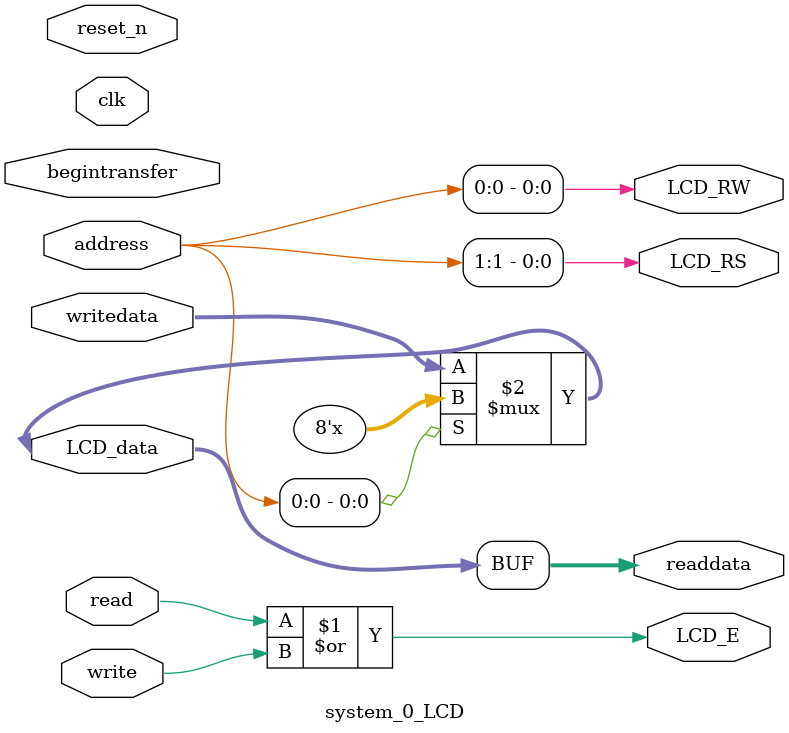
<source format=v>

`timescale 1ns / 1ps
// synthesis translate_on

// turn off superfluous verilog processor warnings 
// altera message_level Level1 
// altera message_off 10034 10035 10036 10037 10230 10240 10030 

module system_0_LCD (
                      // inputs:
                       address,
                       begintransfer,
                       clk,
                       read,
                       reset_n,
                       write,
                       writedata,

                      // outputs:
                       LCD_E,
                       LCD_RS,
                       LCD_RW,
                       LCD_data,
                       readdata
                    )
;

  output           LCD_E;
  output           LCD_RS;
  output           LCD_RW;
  inout   [  7: 0] LCD_data;
  output  [  7: 0] readdata;
  input   [  1: 0] address;
  input            begintransfer;
  input            clk;
  input            read;
  input            reset_n;
  input            write;
  input   [  7: 0] writedata;

  wire             LCD_E;
  wire             LCD_RS;
  wire             LCD_RW;
  wire    [  7: 0] LCD_data;
  wire    [  7: 0] readdata;
  assign LCD_RW = address[0];
  assign LCD_RS = address[1];
  assign LCD_E = read | write;
  assign LCD_data = (address[0]) ? 8'bz : writedata;
  assign readdata = LCD_data;
  //control_slave, which is an e_avalon_slave

endmodule


</source>
